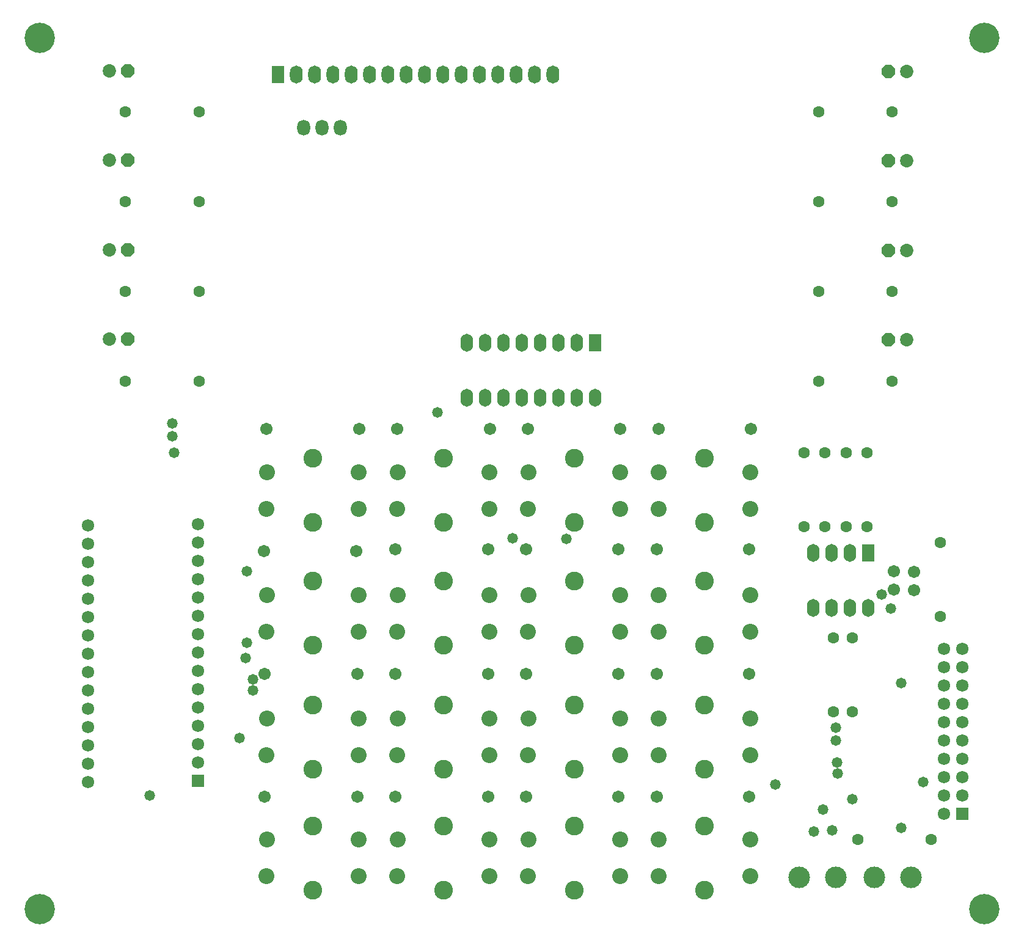
<source format=gts>
G04*
G04 #@! TF.GenerationSoftware,Altium Limited,Altium Designer,20.2.5 (213)*
G04*
G04 Layer_Color=8388736*
%FSTAX24Y24*%
%MOIN*%
G70*
G04*
G04 #@! TF.SameCoordinates,E6115DE1-F2E3-4B59-8193-A89D5BA3A6A3*
G04*
G04*
G04 #@! TF.FilePolarity,Negative*
G04*
G01*
G75*
%ADD15C,0.1180*%
%ADD16C,0.0631*%
%ADD17O,0.0680X0.0980*%
%ADD18R,0.0680X0.0980*%
%ADD19C,0.1025*%
%ADD20C,0.0867*%
%ADD21C,0.0671*%
%ADD22C,0.0730*%
%ADD23P,0.0790X8X22.5*%
%ADD24O,0.0700X0.0980*%
%ADD25R,0.0700X0.0980*%
%ADD26C,0.0678*%
%ADD27R,0.0678X0.0678*%
%ADD28C,0.1655*%
%ADD29O,0.0710X0.0867*%
%ADD30C,0.0580*%
D15*
X05605Y01095D02*
D03*
X05805D02*
D03*
X05195D02*
D03*
X05395D02*
D03*
D16*
X05565Y030092D02*
D03*
Y034108D02*
D03*
X0545Y030092D02*
D03*
Y034108D02*
D03*
X05335Y030092D02*
D03*
Y034108D02*
D03*
X0522Y030092D02*
D03*
Y034108D02*
D03*
X05702Y0478D02*
D03*
X053005D02*
D03*
X05702Y0429D02*
D03*
X053005D02*
D03*
Y038D02*
D03*
X05702D02*
D03*
X0538Y024008D02*
D03*
Y019992D02*
D03*
X05915Y013D02*
D03*
X055134D02*
D03*
X05485Y019992D02*
D03*
Y024008D02*
D03*
X05965Y029208D02*
D03*
Y025192D02*
D03*
X015192Y038D02*
D03*
X019208D02*
D03*
X053005Y0527D02*
D03*
X05702D02*
D03*
X019208Y0429D02*
D03*
X015192D02*
D03*
X019208Y0478D02*
D03*
X015192D02*
D03*
X019208Y0527D02*
D03*
X015192D02*
D03*
D17*
X0338Y0371D02*
D03*
X0348D02*
D03*
X0358D02*
D03*
X0368D02*
D03*
X0378D02*
D03*
X0388D02*
D03*
X0398D02*
D03*
X0408D02*
D03*
X0338Y0401D02*
D03*
X0348D02*
D03*
X0358D02*
D03*
X0368D02*
D03*
X0378D02*
D03*
X0388D02*
D03*
X0398D02*
D03*
X0547Y02865D02*
D03*
X0537D02*
D03*
X0527D02*
D03*
X0557Y02565D02*
D03*
X0547D02*
D03*
X0537D02*
D03*
X0527D02*
D03*
D18*
X0408Y0401D02*
D03*
X0557Y02865D02*
D03*
D19*
X039659Y01375D02*
D03*
Y01025D02*
D03*
X032529Y01375D02*
D03*
Y01025D02*
D03*
X0254Y01375D02*
D03*
Y01025D02*
D03*
X046789Y02035D02*
D03*
Y01685D02*
D03*
X039659Y02035D02*
D03*
Y01685D02*
D03*
X032529Y02035D02*
D03*
Y01685D02*
D03*
X0254Y027099D02*
D03*
Y023599D02*
D03*
X032529Y027099D02*
D03*
Y023599D02*
D03*
X039659Y027099D02*
D03*
Y023599D02*
D03*
Y033798D02*
D03*
Y030298D02*
D03*
X046789D02*
D03*
Y033798D02*
D03*
X032529D02*
D03*
Y030298D02*
D03*
X046789Y01375D02*
D03*
Y01025D02*
D03*
X0254Y02035D02*
D03*
Y01685D02*
D03*
X046789Y027099D02*
D03*
Y023599D02*
D03*
X0254Y030298D02*
D03*
Y033798D02*
D03*
D20*
X037149Y011D02*
D03*
X037159Y013D02*
D03*
X042159D02*
D03*
Y011D02*
D03*
X030019D02*
D03*
X030029Y013D02*
D03*
X035029D02*
D03*
Y011D02*
D03*
X02289D02*
D03*
X0229Y013D02*
D03*
X0279D02*
D03*
Y011D02*
D03*
X044279Y0176D02*
D03*
X044289Y0196D02*
D03*
X049289D02*
D03*
Y0176D02*
D03*
X037149D02*
D03*
X037159Y0196D02*
D03*
X042159D02*
D03*
Y0176D02*
D03*
X030019D02*
D03*
X030029Y0196D02*
D03*
X035029D02*
D03*
Y0176D02*
D03*
X02289Y024349D02*
D03*
X0229Y026349D02*
D03*
X0279D02*
D03*
Y024349D02*
D03*
X030019D02*
D03*
X030029Y026349D02*
D03*
X035029D02*
D03*
Y024349D02*
D03*
X037149D02*
D03*
X037159Y026349D02*
D03*
X042159D02*
D03*
Y024349D02*
D03*
X037149Y031048D02*
D03*
X037159Y033048D02*
D03*
X042159D02*
D03*
Y031048D02*
D03*
X049289D02*
D03*
Y033048D02*
D03*
X044289D02*
D03*
X044279Y031048D02*
D03*
X030019D02*
D03*
X030029Y033048D02*
D03*
X035029D02*
D03*
Y031048D02*
D03*
X044279Y011D02*
D03*
X044289Y013D02*
D03*
X049289D02*
D03*
Y011D02*
D03*
X02289Y0176D02*
D03*
X0229Y0196D02*
D03*
X0279D02*
D03*
Y0176D02*
D03*
X044279Y024349D02*
D03*
X044289Y026349D02*
D03*
X049289D02*
D03*
Y024349D02*
D03*
X0279Y031048D02*
D03*
Y033048D02*
D03*
X0229D02*
D03*
X02289Y031048D02*
D03*
D21*
X04922Y01535D02*
D03*
X04418D02*
D03*
X04209D02*
D03*
X037051D02*
D03*
X03496D02*
D03*
X029921D02*
D03*
X027831D02*
D03*
X022791D02*
D03*
X04922Y02205D02*
D03*
X04418D02*
D03*
X037051D02*
D03*
X04209D02*
D03*
X029921D02*
D03*
X03496D02*
D03*
X022791D02*
D03*
X027831D02*
D03*
X04922Y02885D02*
D03*
X04418D02*
D03*
X04209D02*
D03*
X037051D02*
D03*
X03496D02*
D03*
X029921D02*
D03*
X02273Y02875D02*
D03*
X02777D02*
D03*
X04932Y0354D02*
D03*
X04428D02*
D03*
X037151D02*
D03*
X04219D02*
D03*
X030021D02*
D03*
X03506D02*
D03*
X022891D02*
D03*
X027931D02*
D03*
X0582Y0276D02*
D03*
Y0266D02*
D03*
X0571Y02765D02*
D03*
Y02665D02*
D03*
D22*
X057813Y045158D02*
D03*
Y050041D02*
D03*
Y040275D02*
D03*
X0143Y050067D02*
D03*
Y045183D02*
D03*
Y0403D02*
D03*
Y05495D02*
D03*
X057813Y054925D02*
D03*
D23*
X056813Y045158D02*
D03*
Y050041D02*
D03*
Y040275D02*
D03*
X0153Y050067D02*
D03*
Y045183D02*
D03*
Y0403D02*
D03*
Y05495D02*
D03*
X056813Y054925D02*
D03*
D24*
X0385Y05475D02*
D03*
X0375D02*
D03*
X0365D02*
D03*
X0355D02*
D03*
X0345D02*
D03*
X0335D02*
D03*
X0325D02*
D03*
X0315D02*
D03*
X0305D02*
D03*
X0295D02*
D03*
X0285D02*
D03*
X0275D02*
D03*
X0265D02*
D03*
X0255D02*
D03*
X0245D02*
D03*
D25*
X0235D02*
D03*
D26*
X01315Y02115D02*
D03*
Y02215D02*
D03*
Y02415D02*
D03*
Y02515D02*
D03*
Y02615D02*
D03*
Y02715D02*
D03*
Y02815D02*
D03*
Y02915D02*
D03*
Y03015D02*
D03*
Y02315D02*
D03*
Y02015D02*
D03*
Y01915D02*
D03*
Y01815D02*
D03*
Y01715D02*
D03*
Y01615D02*
D03*
X01915Y0172D02*
D03*
Y0182D02*
D03*
Y0192D02*
D03*
Y0202D02*
D03*
Y0232D02*
D03*
Y0302D02*
D03*
Y0292D02*
D03*
Y0282D02*
D03*
Y0272D02*
D03*
Y0262D02*
D03*
Y0252D02*
D03*
Y0242D02*
D03*
Y0222D02*
D03*
Y0212D02*
D03*
X05985Y0144D02*
D03*
Y0154D02*
D03*
Y0164D02*
D03*
Y0174D02*
D03*
Y0184D02*
D03*
Y0194D02*
D03*
Y0204D02*
D03*
Y0214D02*
D03*
Y0224D02*
D03*
Y0234D02*
D03*
X06085D02*
D03*
Y0224D02*
D03*
Y0214D02*
D03*
Y0204D02*
D03*
Y0194D02*
D03*
Y0184D02*
D03*
Y0174D02*
D03*
Y0164D02*
D03*
Y0154D02*
D03*
D27*
X01915Y0162D02*
D03*
X06085Y0144D02*
D03*
D28*
X06205Y05675D02*
D03*
Y0092D02*
D03*
X0105D02*
D03*
Y05675D02*
D03*
D29*
X0249Y05185D02*
D03*
X0259D02*
D03*
X0269D02*
D03*
D30*
X0218Y02765D02*
D03*
X05275Y01345D02*
D03*
X0214Y01855D02*
D03*
X0165Y0154D02*
D03*
X054826Y0152D02*
D03*
X0587Y01615D02*
D03*
X03925Y0294D02*
D03*
X0363Y02945D02*
D03*
X056455Y026389D02*
D03*
X05695Y0256D02*
D03*
X0575Y01365D02*
D03*
Y02155D02*
D03*
X05375Y0135D02*
D03*
X05325Y01465D02*
D03*
X05395Y0191D02*
D03*
X0218Y02375D02*
D03*
X05395Y0184D02*
D03*
X054Y0172D02*
D03*
X05405Y0166D02*
D03*
X02175Y0229D02*
D03*
X022132Y021132D02*
D03*
X02215Y02175D02*
D03*
X05065Y016D02*
D03*
X0322Y0363D02*
D03*
X01785Y0341D02*
D03*
X01775Y035D02*
D03*
Y0357D02*
D03*
M02*

</source>
